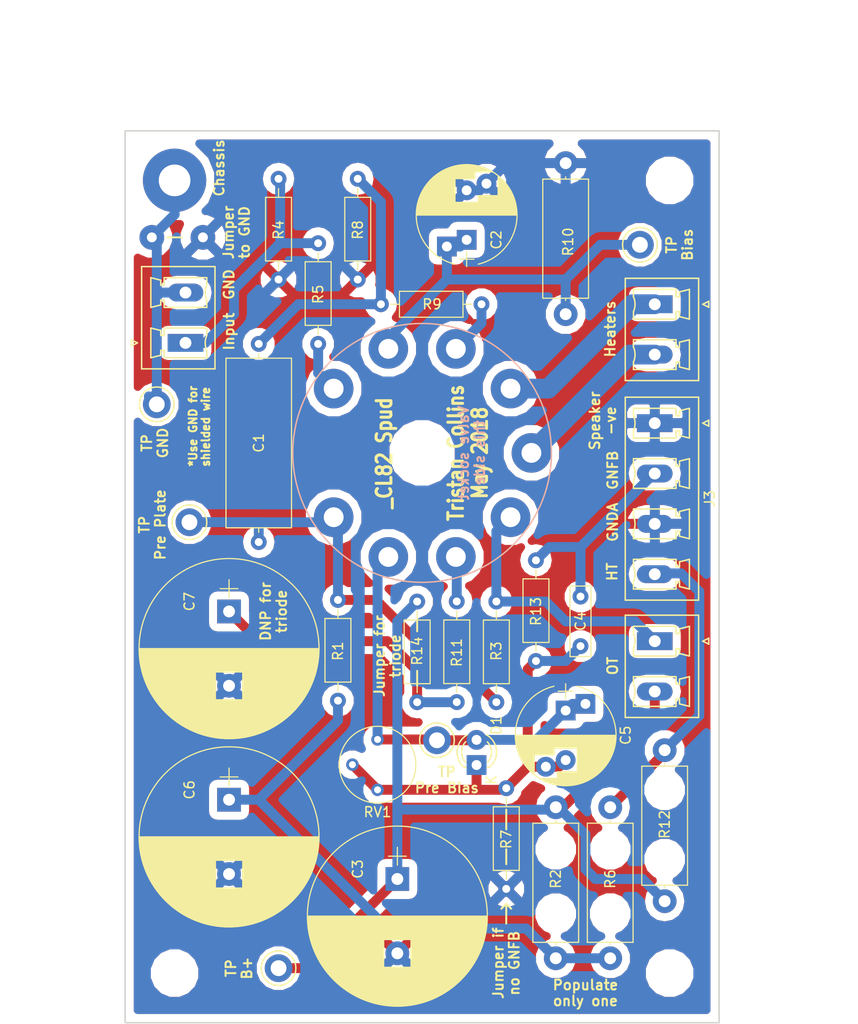
<source format=kicad_pcb>
(kicad_pcb (version 20171130) (host pcbnew "(5.0.0-3-g5ebb6b6)")
  (layers (0 F.Cu signal) (31 B.Cu signal) (34 B.Paste user) (35 F.Paste user) (36 B.SilkS user) (37 F.SilkS user) (38 B.Mask user) (39 F.Mask user) (44 Edge.Cuts user))
  (net 0 "")
  (net 1 "Net-(C1-Pad1)")
  (net 2 GNDA)
  (net 3 "Net-(C2-Pad1)")
  (net 4 GND)
  (net 5 "Net-(C1-Pad2)")
  (net 6 A)
  (net 7 "Net-(C4-Pad1)")
  (net 8 "Net-(J2-Pad1)")
  (net 9 "Net-(R5-Pad1)")
  (net 10 "Net-(R9-Pad1)")
  (net 11 "Net-(R11-Pad2)")
  (net 12 "Net-(J2-Pad2)")
  (net 13 S)
  (net 14 P)
  (net 15 "Net-(J5-Pad1)")
  (net 16 GNFB)
  (net 17 "Net-(C7-Pad1)")
  (net 18 "Net-(J1-Pad1)")
  (net 19 "Net-(C5-Pad1)")
  (module Mounting_Holes:MountingHole_2.5mm (layer F.Cu) (at 227 131)
    (fp_text reference REF** hide)
    (fp_text value MountingHole_2.5mm)
    (pad 1 np_thru_hole circle (at 0 0) (size 2.5 2.5) (drill 2.5) (layers *.Cu *.Mask))
  )
  (module Mounting_Holes:MountingHole_2.5mm (layer F.Cu) (at 221.5 136.5)
    (fp_text reference REF** hide)
    (fp_text value MountingHole_2.5mm)
    (pad 1 np_thru_hole circle (at 0 0) (size 2.5 2.5) (drill 2.5) (layers *.Cu *.Mask))
  )
  (module Mounting_Holes:MountingHole_2.5mm (layer F.Cu) (at 216 130)
    (fp_text reference REF** hide)
    (fp_text value MountingHole_2.5mm)
    (pad 1 np_thru_hole circle (at 0 0) (size 2.5 2.5) (drill 2.5) (layers *.Cu *.Mask))
  )
  (module TristanValves:Test_Point_Keystone_5005-5009_Compact (layer F.Cu) (at 204 119)
    (fp_text reference TP1 hide)
    (fp_text value TEST)
    (pad 1 thru_hole circle (at 0 0) (size 2.8 2.8) (drill 1.6) (layers *.Cu *.Mask) (net 19 "Net-(C5-Pad1)"))
  )
  (module Mounting_Holes:MountingHole_2.5mm (layer F.Cu) (at 216 136.5)
    (fp_text reference REF** hide)
    (fp_text value MountingHole_2.5mm)
    (pad 1 np_thru_hole circle (at 0 0) (size 2.5 2.5) (drill 2.5) (layers *.Cu *.Mask))
  )
  (module Mounting_Holes:MountingHole_2.5mm (layer F.Cu) (at 221.5 130)
    (fp_text reference REF** hide)
    (fp_text value MountingHole_2.5mm)
    (pad 1 np_thru_hole circle (at 0 0) (size 2.5 2.5) (drill 2.5) (layers *.Cu *.Mask))
  )
  (module Resistors_THT:R_Axial_DIN0414_L11.9mm_D4.5mm_P15.24mm_Horizontal (layer F.Cu) (at 216 141 90)
    (fp_text reference R2 (at 8 0 90) (layer F.SilkS))
    (fp_text value 4.7k)
    (pad 1 thru_hole circle (at 0 0 90) (size 2.4 2.4) (drill 1.2) (layers *.Cu *.Mask) (net 6 A))
    (pad 2 thru_hole oval (at 15.24 0 90) (size 2.4 2.4) (drill 1.2) (layers *.Cu *.Mask) (net 13 S))
  )
  (module Mounting_Holes:MountingHole_2.5mm (layer F.Cu) (at 227 124)
    (fp_text reference REF** hide)
    (fp_text value MountingHole_2.5mm)
    (pad 1 np_thru_hole circle (at 0 0) (size 2.5 2.5) (drill 2.5) (layers *.Cu *.Mask))
  )
  (module TristanValves:CP_Radial_D18.0mm_P7.50mm (layer F.Cu) (at 200 133 270)
    (fp_text reference C3 (at -1 4 270) (layer F.SilkS))
    (fp_text value 47u)
    (pad 1 thru_hole rect (at 0 0 270) (size 2.4 2.4) (drill 1.2) (layers *.Cu *.Mask) (net 13 S))
    (pad 2 thru_hole circle (at 7.5 0 270) (size 2.4 2.4) (drill 1.2) (layers *.Cu *.Mask) (net 2 GNDA))
  )
  (module Mounting_Holes:MountingHole_3.2mm_M3 (layer F.Cu) (at 227.5 62.5)
    (fp_text reference REF** hide)
    (fp_text value MountingHole_3.2mm_M3)
    (pad 1 np_thru_hole circle (at 0 0) (size 3.2 3.2) (drill 3.2) (layers *.Cu *.Mask))
  )
  (module Mounting_Holes:MountingHole_3.2mm_M3 (layer F.Cu) (at 227.5 142.5)
    (fp_text reference REF** hide)
    (fp_text value MountingHole_3.2mm_M3)
    (pad 1 np_thru_hole circle (at 0 0) (size 3.2 3.2) (drill 3.2) (layers *.Cu *.Mask))
  )
  (module Mounting_Holes:MountingHole_3.2mm_M3 (layer F.Cu) (at 177.5 142.5)
    (fp_text reference REF** hide)
    (fp_text value MountingHole_3.2mm_M3)
    (pad 1 np_thru_hole circle (at 0 0) (size 3.2 3.2) (drill 3.2) (layers *.Cu *.Mask))
  )
  (module TristanValves:C_Axial_L17.0mm_D6.5mm_P20.00mm_Horizontal (layer F.Cu) (at 186 79 270)
    (fp_text reference C1 (at 10 0 270) (layer F.SilkS))
    (fp_text value 100n)
    (pad 1 thru_hole circle (at 0 0 270) (size 1.6 1.6) (drill 0.8) (layers *.Cu *.Mask) (net 1 "Net-(C1-Pad1)"))
    (pad 2 thru_hole oval (at 20 0 270) (size 1.6 1.6) (drill 0.8) (layers *.Cu *.Mask) (net 5 "Net-(C1-Pad2)"))
  )
  (module TristanValves:MountingHole_3.2mm_M3_Pad (layer F.Cu) (at 177.5 62.5)
    (fp_text reference J4 hide)
    (fp_text value Screw_Terminal_1x01)
    (pad 1 thru_hole circle (at 0 0) (size 6.4 6.4) (drill 3.2) (layers *.Cu *.Mask) (net 4 GND))
  )
  (module TristanValves:Test_Point_Keystone_5005-5009_Compact (layer F.Cu) (at 224.5 69)
    (fp_text reference TP4 hide)
    (fp_text value TEST)
    (pad 1 thru_hole circle (at 0 0) (size 2.8 2.8) (drill 1.6) (layers *.Cu *.Mask) (net 3 "Net-(C2-Pad1)"))
  )
  (module TristanValves:Test_Point_Keystone_5005-5009_Compact (layer F.Cu) (at 175.7 85.1)
    (fp_text reference TP3 hide)
    (fp_text value TEST)
    (pad 1 thru_hole circle (at 0 0) (size 2.8 2.8) (drill 1.6) (layers *.Cu *.Mask) (net 4 GND))
  )
  (module TristanValves:PhoenixContact_MCV-G_02x5.08mm_Vertical (layer F.Cu) (at 178.6 78.9 90)
    (fp_text reference J1 hide)
    (fp_text value Screw_Terminal_1x02)
    (pad 1 thru_hole rect (at 0 0 90) (size 1.8 3.6) (drill 1.2) (layers *.Cu *.Mask) (net 18 "Net-(J1-Pad1)"))
    (pad 2 thru_hole oval (at 5.08 0 90) (size 1.8 3.6) (drill 1.2) (layers *.Cu *.Mask) (net 4 GND))
  )
  (module TristanValves:PhoenixContact_MCV-G_02x5.08mm_Vertical (layer F.Cu) (at 226 109 270)
    (fp_text reference J5 hide)
    (fp_text value Screw_Terminal_1x02)
    (pad 1 thru_hole rect (at 0 0 270) (size 1.8 3.6) (drill 1.2) (layers *.Cu *.Mask) (net 15 "Net-(J5-Pad1)"))
    (pad 2 thru_hole oval (at 5.08 0 270) (size 1.8 3.6) (drill 1.2) (layers *.Cu *.Mask) (net 13 S))
  )
  (module TristanValves:Test_Point_Keystone_5005-5009_Compact (layer F.Cu) (at 179 97)
    (fp_text reference TP2 hide)
    (fp_text value TEST)
    (pad 1 thru_hole circle (at 0 0) (size 2.8 2.8) (drill 1.6) (layers *.Cu *.Mask) (net 5 "Net-(C1-Pad2)"))
  )
  (module TristanValves:Test_Point_Keystone_5005-5009_Compact (layer F.Cu) (at 188 142)
    (fp_text reference TP5 hide)
    (fp_text value TEST)
    (pad 1 thru_hole circle (at 0 0) (size 2.8 2.8) (drill 1.6) (layers *.Cu *.Mask) (net 13 S))
  )
  (module Capacitors_THT:CP_Radial_D10.0mm_P5.00mm_P7.50mm (layer F.Cu) (at 207 68.5 90)
    (fp_text reference C2 (at 0 3 90) (layer F.SilkS))
    (fp_text value 47u)
    (pad 1 thru_hole rect (at 0 0 90) (size 2 2) (drill 1) (layers *.Cu *.Mask) (net 3 "Net-(C2-Pad1)"))
    (pad 2 thru_hole circle (at 5 0 90) (size 2 2) (drill 1) (layers *.Cu *.Mask) (net 2 GNDA))
    (pad 1 thru_hole rect (at -0.672144 -2 90) (size 2 2) (drill 1) (layers *.Cu *.Mask) (net 3 "Net-(C2-Pad1)"))
    (pad 2 thru_hole circle (at 5.672144 2 90) (size 2 2) (drill 1) (layers *.Cu *.Mask) (net 2 GNDA))
  )
  (module TristanValves:VALVE-ECC-83-1-TC (layer B.Cu) (at 202.5 90 90)
    (fp_text reference U1 hide)
    (fp_text value PCL82)
    (pad 1 thru_hole circle (at 6.489 -8.9318 90) (size 4 4) (drill 2) (layers *.Cu *.Mask) (net 9 "Net-(R5-Pad1)"))
    (pad 2 thru_hole circle (at 10.5 -3.4117 90) (size 4 4) (drill 2) (layers *.Cu *.Mask) (net 3 "Net-(C2-Pad1)"))
    (pad 3 thru_hole circle (at 10.5 3.4117 90) (size 4 4) (drill 2) (layers *.Cu *.Mask) (net 10 "Net-(R9-Pad1)"))
    (pad 4 thru_hole circle (at 6.4894 8.9318 90) (size 4 4) (drill 2) (layers *.Cu *.Mask) (net 8 "Net-(J2-Pad1)"))
    (pad 5 thru_hole circle (at 0 11.0404 90) (size 4 4) (drill 2) (layers *.Cu *.Mask) (net 12 "Net-(J2-Pad2)"))
    (pad 6 thru_hole circle (at -6.4894 8.9318 90) (size 4 4) (drill 2) (layers *.Cu *.Mask) (net 15 "Net-(J5-Pad1)"))
    (pad 7 thru_hole circle (at -10.5 3.4117 90) (size 4 4) (drill 2) (layers *.Cu *.Mask) (net 11 "Net-(R11-Pad2)"))
    (pad 8 thru_hole circle (at -10.5 -3.4117 90) (size 4 4) (drill 2) (layers *.Cu *.Mask) (net 19 "Net-(C5-Pad1)"))
    (pad 9 thru_hole circle (at -6.4894 -8.9318 90) (size 4 4) (drill 2) (layers *.Cu *.Mask) (net 5 "Net-(C1-Pad2)"))
    (pad "" np_thru_hole circle (at 0 0 90) (size 5 5) (drill 5) (layers *.Cu *.Mask))
  )
  (module Capacitors_THT:C_Rect_L7.0mm_W2.0mm_P5.00mm (layer F.Cu) (at 218.5 104.5 270)
    (fp_text reference C4 (at 2.5 0 270) (layer F.SilkS))
    (fp_text value ?)
    (pad 1 thru_hole circle (at 0 0 270) (size 1.6 1.6) (drill 0.8) (layers *.Cu *.Mask) (net 7 "Net-(C4-Pad1)"))
    (pad 2 thru_hole circle (at 5 0 270) (size 1.6 1.6) (drill 0.8) (layers *.Cu *.Mask) (net 16 GNFB))
  )
  (module Resistors_THT:R_Axial_DIN0207_L6.3mm_D2.5mm_P10.16mm_Horizontal (layer F.Cu) (at 188 72.5 90)
    (fp_text reference R4 (at 5 0 90) (layer F.SilkS))
    (fp_text value 1Meg)
    (pad 1 thru_hole circle (at 0 0 90) (size 1.6 1.6) (drill 0.8) (layers *.Cu *.Mask) (net 2 GNDA))
    (pad 2 thru_hole oval (at 10.16 0 90) (size 1.6 1.6) (drill 0.8) (layers *.Cu *.Mask) (net 18 "Net-(J1-Pad1)"))
  )
  (module Resistors_THT:R_Axial_DIN0207_L6.3mm_D2.5mm_P10.16mm_Horizontal (layer F.Cu) (at 192 79 90)
    (fp_text reference R5 (at 5 0 90) (layer F.SilkS))
    (fp_text value 10k)
    (pad 1 thru_hole circle (at 0 0 90) (size 1.6 1.6) (drill 0.8) (layers *.Cu *.Mask) (net 9 "Net-(R5-Pad1)"))
    (pad 2 thru_hole oval (at 10.16 0 90) (size 1.6 1.6) (drill 0.8) (layers *.Cu *.Mask) (net 18 "Net-(J1-Pad1)"))
  )
  (module Resistors_THT:R_Axial_DIN0207_L6.3mm_D2.5mm_P10.16mm_Horizontal (layer F.Cu) (at 196 72.5 90)
    (fp_text reference R8 (at 5 0 90) (layer F.SilkS))
    (fp_text value 470k)
    (pad 1 thru_hole circle (at 0 0 90) (size 1.6 1.6) (drill 0.8) (layers *.Cu *.Mask) (net 2 GNDA))
    (pad 2 thru_hole oval (at 10.16 0 90) (size 1.6 1.6) (drill 0.8) (layers *.Cu *.Mask) (net 1 "Net-(C1-Pad1)"))
  )
  (module Resistors_THT:R_Axial_DIN0207_L6.3mm_D2.5mm_P10.16mm_Horizontal (layer F.Cu) (at 208.5 75 180)
    (fp_text reference R9 (at 5 0 180) (layer F.SilkS))
    (fp_text value 10k)
    (pad 1 thru_hole circle (at 0 0 180) (size 1.6 1.6) (drill 0.8) (layers *.Cu *.Mask) (net 10 "Net-(R9-Pad1)"))
    (pad 2 thru_hole oval (at 10.16 0 180) (size 1.6 1.6) (drill 0.8) (layers *.Cu *.Mask) (net 1 "Net-(C1-Pad1)"))
  )
  (module Resistors_THT:R_Axial_DIN0414_L11.9mm_D4.5mm_P15.24mm_Horizontal (layer F.Cu) (at 217 76 90)
    (fp_text reference R10 (at 7.3 0.25 90) (layer F.SilkS))
    (fp_text value 680r)
    (pad 1 thru_hole circle (at 0 0 90) (size 2.4 2.4) (drill 1.2) (layers *.Cu *.Mask) (net 3 "Net-(C2-Pad1)"))
    (pad 2 thru_hole oval (at 15.24 0 90) (size 2.4 2.4) (drill 1.2) (layers *.Cu *.Mask) (net 2 GNDA))
  )
  (module Resistors_THT:R_Axial_DIN0207_L6.3mm_D2.5mm_P10.16mm_Horizontal (layer F.Cu) (at 206 115.15 90)
    (fp_text reference R11 (at 5 0 90) (layer F.SilkS))
    (fp_text value 1k)
    (pad 1 thru_hole circle (at 0 0 90) (size 1.6 1.6) (drill 0.8) (layers *.Cu *.Mask) (net 17 "Net-(C7-Pad1)"))
    (pad 2 thru_hole oval (at 10.16 0 90) (size 1.6 1.6) (drill 0.8) (layers *.Cu *.Mask) (net 11 "Net-(R11-Pad2)"))
  )
  (module Resistors_THT:R_Axial_DIN0414_L11.9mm_D4.5mm_P15.24mm_Horizontal (layer F.Cu) (at 227 120 270)
    (fp_text reference R12 (at 7.5 0 270) (layer F.SilkS))
    (fp_text value 160r)
    (pad 1 thru_hole circle (at 0 0 270) (size 2.4 2.4) (drill 1.2) (layers *.Cu *.Mask) (net 14 P))
    (pad 2 thru_hole oval (at 15.24 0 270) (size 2.4 2.4) (drill 1.2) (layers *.Cu *.Mask) (net 13 S))
  )
  (module Resistors_THT:R_Axial_DIN0207_L6.3mm_D2.5mm_P10.16mm_Horizontal (layer F.Cu) (at 214 111 90)
    (fp_text reference R13 (at 5 0 90) (layer F.SilkS))
    (fp_text value ?)
    (pad 1 thru_hole circle (at 0 0 90) (size 1.6 1.6) (drill 0.8) (layers *.Cu *.Mask) (net 16 GNFB))
    (pad 2 thru_hole oval (at 10.16 0 90) (size 1.6 1.6) (drill 0.8) (layers *.Cu *.Mask) (net 7 "Net-(C4-Pad1)"))
  )
  (module TristanValves:CP_Radial_D18.0mm_P7.50mm (layer F.Cu) (at 183 125 270)
    (fp_text reference C6 (at -1 4 270) (layer F.SilkS))
    (fp_text value 47u)
    (pad 1 thru_hole rect (at 0 0 270) (size 2.4 2.4) (drill 1.2) (layers *.Cu *.Mask) (net 6 A))
    (pad 2 thru_hole circle (at 7.5 0 270) (size 2.4 2.4) (drill 1.2) (layers *.Cu *.Mask) (net 2 GNDA))
  )
  (module Resistors_THT:R_Axial_DIN0207_L6.3mm_D2.5mm_P10.16mm_Horizontal (layer F.Cu) (at 194 115 90)
    (fp_text reference R1 (at 5 0 90) (layer F.SilkS))
    (fp_text value 100k)
    (pad 1 thru_hole circle (at 0 0 90) (size 1.6 1.6) (drill 0.8) (layers *.Cu *.Mask) (net 6 A))
    (pad 2 thru_hole oval (at 10.16 0 90) (size 1.6 1.6) (drill 0.8) (layers *.Cu *.Mask) (net 5 "Net-(C1-Pad2)"))
  )
  (module TristanValves:CP_Radial_D18.0mm_P7.50mm (layer F.Cu) (at 183 106 270)
    (fp_text reference C7 (at -1 4 270) (layer F.SilkS))
    (fp_text value 47u)
    (pad 1 thru_hole rect (at 0 0 270) (size 2.4 2.4) (drill 1.2) (layers *.Cu *.Mask) (net 17 "Net-(C7-Pad1)"))
    (pad 2 thru_hole circle (at 7.5 0 270) (size 2.4 2.4) (drill 1.2) (layers *.Cu *.Mask) (net 2 GNDA))
  )
  (module Resistors_THT:R_Axial_DIN0207_L6.3mm_D2.5mm_P10.16mm_Horizontal (layer F.Cu) (at 202 105 270)
    (fp_text reference R14 (at 5 0 270) (layer F.SilkS))
    (fp_text value 2.2k)
    (pad 1 thru_hole circle (at 0 0 270) (size 1.6 1.6) (drill 0.8) (layers *.Cu *.Mask) (net 13 S))
    (pad 2 thru_hole oval (at 10.16 0 270) (size 1.6 1.6) (drill 0.8) (layers *.Cu *.Mask) (net 17 "Net-(C7-Pad1)"))
  )
  (module Resistors_THT:R_Axial_DIN0207_L6.3mm_D2.5mm_P10.16mm_Horizontal (layer F.Cu) (at 210 105 270)
    (fp_text reference R3 (at 5 0 270) (layer F.SilkS))
    (fp_text value ?)
    (pad 1 thru_hole circle (at 0 0 270) (size 1.6 1.6) (drill 0.8) (layers *.Cu *.Mask) (net 15 "Net-(J5-Pad1)"))
    (pad 2 thru_hole oval (at 10.16 0 270) (size 1.6 1.6) (drill 0.8) (layers *.Cu *.Mask) (net 5 "Net-(C1-Pad2)"))
  )
  (module TristanValves:WireConnection_1.00mmDrill_TC (layer F.Cu) (at 170.2 68.25)
    (fp_text reference JP1 hide)
    (fp_text value Jumper_NO_Small)
    (pad 1 thru_hole circle (at 5 0) (size 2.49936 2.49936) (drill 1.00076) (layers *.Cu *.Mask) (net 4 GND))
    (pad 2 thru_hole circle (at 10.16 0) (size 2.49936 2.49936) (drill 1.00076) (layers *.Cu *.Mask) (net 2 GNDA))
  )
  (module Resistors_THT:R_Axial_DIN0414_L11.9mm_D4.5mm_P15.24mm_Horizontal (layer F.Cu) (at 221.5 141 90)
    (fp_text reference R6 (at 8 0 90) (layer F.SilkS))
    (fp_text value 4.7k)
    (pad 1 thru_hole circle (at 0 0 90) (size 2.4 2.4) (drill 1.2) (layers *.Cu *.Mask) (net 6 A))
    (pad 2 thru_hole oval (at 15.24 0 90) (size 2.4 2.4) (drill 1.2) (layers *.Cu *.Mask) (net 14 P))
  )
  (module Capacitors_THT:CP_Radial_D10.0mm_P5.00mm_P7.50mm (layer F.Cu) (at 217 116 270)
    (fp_text reference C5 (at 2.5 -6.06 270) (layer F.SilkS))
    (fp_text value 47u)
    (pad 1 thru_hole rect (at 0 0 270) (size 2 2) (drill 1) (layers *.Cu *.Mask) (net 19 "Net-(C5-Pad1)"))
    (pad 2 thru_hole circle (at 5 0 270) (size 2 2) (drill 1) (layers *.Cu *.Mask) (net 16 GNFB))
    (pad 1 thru_hole rect (at -0.672144 -2 270) (size 2 2) (drill 1) (layers *.Cu *.Mask) (net 19 "Net-(C5-Pad1)"))
    (pad 2 thru_hole circle (at 5.672144 2 270) (size 2 2) (drill 1) (layers *.Cu *.Mask) (net 16 GNFB))
  )
  (module TristanValves:PhoenixContact_MCV-G_02x5.08mm_Vertical (layer F.Cu) (at 226 75 270)
    (fp_text reference J2 hide)
    (fp_text value Screw_Terminal_1x02)
    (pad 1 thru_hole rect (at 0 0 270) (size 1.8 3.6) (drill 1.2) (layers *.Cu *.Mask) (net 8 "Net-(J2-Pad1)"))
    (pad 2 thru_hole oval (at 5.08 0 270) (size 1.8 3.6) (drill 1.2) (layers *.Cu *.Mask) (net 12 "Net-(J2-Pad2)"))
  )
  (module Resistors_THT:R_Axial_DIN0207_L6.3mm_D2.5mm_P10.16mm_Horizontal (layer F.Cu) (at 211 134 90)
    (fp_text reference R7 (at 5 0 90) (layer F.SilkS))
    (fp_text value ?)
    (pad 1 thru_hole circle (at 0 0 90) (size 1.6 1.6) (drill 0.8) (layers *.Cu *.Mask) (net 2 GNDA))
    (pad 2 thru_hole oval (at 10.16 0 90) (size 1.6 1.6) (drill 0.8) (layers *.Cu *.Mask) (net 16 GNFB))
  )
  (module TristanValves:Potentiometer_Trimmer_Bourns_3339P_Horizontal (layer F.Cu) (at 198 124)
    (fp_text reference RV1 (at 0 2.25) (layer F.SilkS))
    (fp_text value 10k)
    (pad 3 thru_hole circle (at 0 -5.08) (size 1.26 1.26) (drill 0.7) (layers *.Cu *.Mask) (net 19 "Net-(C5-Pad1)"))
    (pad 2 thru_hole circle (at -2.54 -2.54) (size 1.26 1.26) (drill 0.7) (layers *.Cu *.Mask) (net 16 GNFB))
    (pad 1 thru_hole circle (at 0 0) (size 1.26 1.26) (drill 0.7) (layers *.Cu *.Mask) (net 16 GNFB))
  )
  (module LEDs:LED-3MM (layer F.Cu) (at 208 121.5 90)
    (fp_text reference D1 (at 4 2 90) (layer F.SilkS))
    (fp_text value LED)
    (fp_text user K (at -1.5 1.5 90) (layer F.SilkS))
    (pad 1 thru_hole rect (at 0 0 180) (size 2 2) (drill 1.00076) (layers *.Cu *.Mask) (net 16 GNFB))
    (pad 2 thru_hole circle (at 2.54 0 90) (size 2 2) (drill 1.00076) (layers *.Cu *.Mask) (net 19 "Net-(C5-Pad1)"))
  )
  (module Connectors_Phoenix:PhoenixContact_MCV-G_04x5.08mm_Vertical (layer F.Cu) (at 226 87 270)
    (fp_text reference J3 (at 7.62 -5.55 270) (layer F.SilkS))
    (fp_text value Screw_Terminal_01x04)
    (pad 1 thru_hole rect (at 0 0 270) (size 1.8 3.6) (drill 1.2) (layers *.Cu *.Mask) (net 2 GNDA))
    (pad 2 thru_hole oval (at 5.08 0 270) (size 1.8 3.6) (drill 1.2) (layers *.Cu *.Mask) (net 7 "Net-(C4-Pad1)"))
    (pad 3 thru_hole oval (at 10.16 0 270) (size 1.8 3.6) (drill 1.2) (layers *.Cu *.Mask) (net 2 GNDA))
    (pad 4 thru_hole oval (at 15.24 0 270) (size 1.8 3.6) (drill 1.2) (layers *.Cu *.Mask) (net 14 P))
  )
  (gr_text "Speaker\n-ve" (at 220.75 86.75 90) (layer F.SilkS) (effects (font (size 1 1) (thickness 0.2))))
  (gr_text "Populate\nonly one" (at 219 144.5) (layer F.SilkS) (effects (font (size 1 1) (thickness 0.2))))
  (gr_line (start 202 113.5) (end 202 112) (angle 90) (layer F.SilkS) (width 0.2))
  (gr_line (start 202 107) (end 202 108) (angle 90) (layer F.SilkS) (width 0.2))
  (gr_text "Jumper for\ntriode" (at 199 110.5 90) (layer F.SilkS) (effects (font (size 1 1) (thickness 0.2))))
  (gr_text "DNP for\ntriode" (at 187.5 106 90) (layer F.SilkS) (effects (font (size 1 1) (thickness 0.2))))
  (gr_line (start 211 135.5) (end 211 137.5) (angle 90) (layer F.SilkS) (width 0.2))
  (gr_line (start 211 135.5) (end 211.5 136) (angle 90) (layer F.SilkS) (width 0.2))
  (gr_line (start 211 135.5) (end 210.5 136) (angle 90) (layer F.SilkS) (width 0.2))
  (gr_text "Jumper if\nno GNFB" (at 211 141.5 90) (layer F.SilkS) (effects (font (size 1 1) (thickness 0.2))))
  (gr_line (start 211 130) (end 211 131.5) (angle 90) (layer F.SilkS) (width 0.2))
  (gr_line (start 211 126) (end 211 128) (angle 90) (layer F.SilkS) (width 0.2))
  (gr_text "TP\nGND" (at 175.5 89 90) (layer F.SilkS) (effects (font (size 1 1) (thickness 0.2))))
  (gr_line (start 176.75 68.25) (end 178.25 68.25) (angle 90) (layer F.SilkS) (width 0.2))
  (gr_text "TP\nBias" (at 228.5 69 90) (layer F.SilkS) (effects (font (size 1 1) (thickness 0.2))))
  (gr_text "TP\nPre Plate" (at 175.25 97.25 90) (layer F.SilkS) (effects (font (size 1 1) (thickness 0.2))))
  (gr_text "TP\nPre Bias" (at 205 123) (layer F.SilkS) (effects (font (size 1 1) (thickness 0.2))))
  (gr_text GND (at 183 73 90) (layer F.SilkS) (effects (font (size 1 1) (thickness 0.2))))
  (gr_text Input (at 183 77.75 90) (layer F.SilkS) (effects (font (size 1 1) (thickness 0.2))))
  (gr_text OT (at 221.75 111.5 90) (layer F.SilkS) (effects (font (size 1 1) (thickness 0.2))))
  (gr_text GNDA (at 221.75 97 90) (layer F.SilkS) (effects (font (size 1 1) (thickness 0.2))))
  (gr_text HT (at 221.7 102 90) (layer F.SilkS) (effects (font (size 1 1) (thickness 0.2))))
  (gr_text GNFB (at 221.75 91.75 90) (layer F.SilkS) (effects (font (size 1 1) (thickness 0.2))))
  (gr_line (start 172.5 147.5) (end 232.5 147.5) (angle 90) (layer Edge.Cuts) (width 0.15))
  (gr_line (start 172.5 57.5) (end 172.5 147.5) (angle 90) (layer Edge.Cuts) (width 0.15))
  (gr_line (start 232.5 57.5) (end 172.5 57.5) (angle 90) (layer Edge.Cuts) (width 0.15))
  (gr_line (start 232.5 147.5) (end 232.5 57.5) (angle 90) (layer Edge.Cuts) (width 0.15))
  (gr_text "Valve socket\nthis side" (at 207.5 90 90) (layer B.SilkS) (effects (font (size 1 1) (thickness 0.2)) (justify mirror)))
  (gr_text "*Use GND for\nshielded wire" (at 180 91.5 90) (layer F.SilkS) (effects (font (size 0.8 0.8) (thickness 0.2)) (justify left)))
  (gr_text "TP\nB+" (at 184 142 90) (layer F.SilkS) (effects (font (size 1 1) (thickness 0.2))))
  (gr_text "Jumper\nto GND" (at 183.75 67.75 90) (layer F.SilkS) (effects (font (size 1 1) (thickness 0.2))))
  (gr_text Chassis (at 182 61.25 90) (layer F.SilkS) (effects (font (size 1 1) (thickness 0.2))))
  (gr_text Heaters (at 221.5 77.5 90) (layer F.SilkS) (effects (font (size 1 1) (thickness 0.2))))
  (gr_text "_CL82 Spud\n\n\nTristan Collins\nMay 2018" (at 203.5 90 90) (layer F.SilkS) (effects (font (size 1.5 1.25) (thickness 0.3))))
  (segment (start 198.34 75) (end 198.34 64.68) (width 1) (layer B.Cu) (net 1))
  (segment (start 198.34 64.68) (end 196 62.34) (width 1) (layer B.Cu) (net 1))
  (segment (start 198.34 75) (end 190 75) (width 1) (layer B.Cu) (net 1))
  (segment (start 190 75) (end 186 79) (width 1) (layer B.Cu) (net 1))
  (segment (start 217 60.76) (end 211.067856 60.76) (width 1) (layer B.Cu) (net 2))
  (segment (start 211.067856 60.76) (end 208.327856 63.5) (width 1) (layer B.Cu) (net 2))
  (segment (start 208.327856 63.5) (end 207 63.5) (width 1) (layer B.Cu) (net 2))
  (segment (start 224.5 69) (end 220.5 69) (width 1) (layer B.Cu) (net 3))
  (segment (start 220.5 69) (end 217 72.5) (width 1) (layer B.Cu) (net 3))
  (segment (start 217 76) (end 217 72.5) (width 1) (layer B.Cu) (net 3))
  (segment (start 205 72.5) (end 217 72.5) (width 1) (layer B.Cu) (net 3))
  (segment (start 199.0883 79.5) (end 199.0883 78.4117) (width 1) (layer B.Cu) (net 3))
  (segment (start 199.0883 78.4117) (end 205 72.5) (width 1) (layer B.Cu) (net 3))
  (segment (start 205 69.172144) (end 206.327856 69.172144) (width 1) (layer B.Cu) (net 3))
  (segment (start 206.327856 69.172144) (end 207 68.5) (width 1) (layer B.Cu) (net 3))
  (segment (start 205 72.5) (end 205 69.172144) (width 1) (layer B.Cu) (net 3))
  (segment (start 178.6 73.82) (end 175.7 73.82) (width 1) (layer B.Cu) (net 4))
  (segment (start 175.88 74) (end 175.7 74) (width 1) (layer B.Cu) (net 4))
  (segment (start 175.7 73.82) (end 175.88 74) (width 1) (layer B.Cu) (net 4))
  (segment (start 175.7 85.1) (end 175.7 74) (width 1) (layer B.Cu) (net 4))
  (segment (start 175.7 74) (end 175.7 68.75) (width 1) (layer B.Cu) (net 4))
  (segment (start 175.7 68.75) (end 175.2 68.25) (width 1) (layer B.Cu) (net 4))
  (segment (start 175.2 84.6) (end 175.7 85.1) (width 1) (layer B.Cu) (net 4))
  (segment (start 174.9 84.3) (end 175.7 85.1) (width 1) (layer B.Cu) (net 4))
  (segment (start 177.5 62.5) (end 177.5 65.95) (width 1) (layer B.Cu) (net 4))
  (segment (start 177.5 65.95) (end 175.2 68.25) (width 1) (layer B.Cu) (net 4))
  (segment (start 194 104.84) (end 194 96.9212) (width 1) (layer B.Cu) (net 5))
  (segment (start 194 96.9212) (end 193.5682 96.4894) (width 1) (layer B.Cu) (net 5))
  (segment (start 194 104.84) (end 197.84 104.84) (width 1) (layer F.Cu) (net 5))
  (segment (start 204.34 109.5) (end 210 115.16) (width 1) (layer F.Cu) (net 5))
  (segment (start 202.5 109.5) (end 204.34 109.5) (width 1) (layer F.Cu) (net 5))
  (segment (start 197.84 104.84) (end 202.5 109.5) (width 1) (layer F.Cu) (net 5))
  (segment (start 186 97) (end 193.0576 97) (width 1) (layer B.Cu) (net 5))
  (segment (start 193.0576 97) (end 193.5682 96.4894) (width 1) (layer B.Cu) (net 5))
  (segment (start 186 99) (end 186 97) (width 1) (layer B.Cu) (net 5))
  (segment (start 186 97) (end 186 96.9894) (width 1) (layer B.Cu) (net 5))
  (segment (start 186 96.9894) (end 179.0106 96.9894) (width 1) (layer B.Cu) (net 5))
  (segment (start 179.0106 96.9894) (end 179 97) (width 1) (layer B.Cu) (net 5))
  (segment (start 210 115.16) (end 210 115) (width 1) (layer F.Cu) (net 5))
  (segment (start 186 125) (end 194 117) (width 1) (layer B.Cu) (net 6))
  (segment (start 194 117) (end 194 115) (width 1) (layer B.Cu) (net 6))
  (segment (start 183 125) (end 184 125) (width 1) (layer B.Cu) (net 6))
  (segment (start 183 125) (end 186 125) (width 1) (layer B.Cu) (net 6))
  (segment (start 213 138) (end 216 141) (width 1) (layer B.Cu) (net 6))
  (segment (start 199 138) (end 213 138) (width 1) (layer B.Cu) (net 6))
  (segment (start 186 125) (end 199 138) (width 1) (layer B.Cu) (net 6))
  (segment (start 216 141) (end 221.5 141) (width 1) (layer B.Cu) (net 6))
  (segment (start 218.5 104.5) (end 218.5 99.5) (width 1) (layer B.Cu) (net 7))
  (segment (start 218.5 99.5) (end 215.34 99.5) (width 1) (layer B.Cu) (net 7))
  (segment (start 215.34 99.5) (end 214 100.84) (width 1) (layer B.Cu) (net 7))
  (segment (start 218.5 99.5) (end 226 92) (width 1) (layer B.Cu) (net 7))
  (segment (start 226 75) (end 223.75 75) (width 2) (layer B.Cu) (net 8))
  (segment (start 215.2394 83.5106) (end 211.4318 83.5106) (width 2) (layer B.Cu) (net 8))
  (segment (start 223.75 75) (end 215.2394 83.5106) (width 2) (layer B.Cu) (net 8))
  (segment (start 192 79) (end 192 81.9428) (width 1) (layer B.Cu) (net 9))
  (segment (start 192 81.9428) (end 193.5682 83.511) (width 1) (layer B.Cu) (net 9))
  (segment (start 208.5 75) (end 208.5 76.9117) (width 1) (layer B.Cu) (net 10))
  (segment (start 208.5 76.9117) (end 205.9117 79.5) (width 1) (layer B.Cu) (net 10))
  (segment (start 206 104.99) (end 206 100.5883) (width 1) (layer B.Cu) (net 11))
  (segment (start 206 100.5883) (end 205.9117 100.5) (width 1) (layer B.Cu) (net 11))
  (segment (start 226 80.08) (end 223.4604 80.08) (width 2) (layer B.Cu) (net 12))
  (segment (start 223.4604 80.08) (end 213.5404 90) (width 2) (layer B.Cu) (net 12))
  (segment (start 216 125.76) (end 216.26 125.76) (width 1) (layer B.Cu) (net 13))
  (segment (start 216.26 125.76) (end 219 128.5) (width 1) (layer B.Cu) (net 13))
  (segment (start 224.76 133) (end 227 135.24) (width 1) (layer B.Cu) (net 13))
  (segment (start 220 133) (end 224.76 133) (width 1) (layer B.Cu) (net 13))
  (segment (start 219 132) (end 220 133) (width 1) (layer B.Cu) (net 13))
  (segment (start 219 128.5) (end 219 132) (width 1) (layer B.Cu) (net 13))
  (segment (start 216 125.76) (end 216.74 125.76) (width 1) (layer F.Cu) (net 13))
  (segment (start 216.74 125.76) (end 226 116.5) (width 1) (layer F.Cu) (net 13))
  (segment (start 226 116.5) (end 226 114.08) (width 1) (layer F.Cu) (net 13))
  (segment (start 226 114.08) (end 225.92 114.08) (width 1) (layer B.Cu) (net 13))
  (segment (start 200 126) (end 215.76 126) (width 1) (layer B.Cu) (net 13))
  (segment (start 188 142) (end 191 142) (width 1) (layer F.Cu) (net 13))
  (segment (start 191 142) (end 200 133) (width 1) (layer F.Cu) (net 13))
  (segment (start 200 133) (end 200 126) (width 1) (layer B.Cu) (net 13))
  (segment (start 200 126) (end 200 107) (width 1) (layer B.Cu) (net 13))
  (segment (start 200 107) (end 202 105) (width 1) (layer B.Cu) (net 13))
  (segment (start 227 120) (end 227 120.26) (width 1) (layer F.Cu) (net 14))
  (segment (start 227 120.26) (end 221.5 125.76) (width 1) (layer F.Cu) (net 14))
  (segment (start 226 102.16) (end 228.66 102.16) (width 1) (layer B.Cu) (net 14))
  (segment (start 230.5 116.5) (end 227 120) (width 1) (layer B.Cu) (net 14))
  (segment (start 230.5 104) (end 230.5 116.5) (width 1) (layer B.Cu) (net 14))
  (segment (start 228.66 102.16) (end 230.5 104) (width 1) (layer B.Cu) (net 14))
  (segment (start 221.5 125.76) (end 221.5 125.5) (width 1) (layer B.Cu) (net 14))
  (segment (start 210 105) (end 210 97.9212) (width 1) (layer B.Cu) (net 15))
  (segment (start 210 97.9212) (end 211.4318 96.4894) (width 1) (layer B.Cu) (net 15))
  (segment (start 210 105) (end 215 105) (width 1) (layer B.Cu) (net 15))
  (segment (start 224 107) (end 226 109) (width 1) (layer B.Cu) (net 15))
  (segment (start 217 107) (end 224 107) (width 1) (layer B.Cu) (net 15))
  (segment (start 215 105) (end 217 107) (width 1) (layer B.Cu) (net 15))
  (segment (start 213.167856 121.672144) (end 213.167856 111.832144) (width 1) (layer F.Cu) (net 16))
  (segment (start 213.167856 111.832144) (end 214 111) (width 1) (layer F.Cu) (net 16))
  (segment (start 208 121.5) (end 208 124) (width 1) (layer F.Cu) (net 16))
  (segment (start 214 111) (end 217 111) (width 1) (layer B.Cu) (net 16))
  (segment (start 217 111) (end 218.5 109.5) (width 1) (layer B.Cu) (net 16))
  (segment (start 198 124) (end 208 124) (width 1) (layer F.Cu) (net 16))
  (segment (start 208 124) (end 210.84 124) (width 1) (layer F.Cu) (net 16))
  (segment (start 210.84 124) (end 213.167856 121.672144) (width 1) (layer F.Cu) (net 16))
  (segment (start 213.167856 121.672144) (end 215 121.672144) (width 1) (layer F.Cu) (net 16))
  (segment (start 195.46 121.46) (end 198 124) (width 1) (layer F.Cu) (net 16))
  (segment (start 215 121.672144) (end 216.327856 121.672144) (width 1) (layer F.Cu) (net 16))
  (segment (start 216.327856 121.672144) (end 217 121) (width 1) (layer F.Cu) (net 16))
  (segment (start 202 115.16) (end 205.99 115.16) (width 1) (layer B.Cu) (net 17))
  (segment (start 205.99 115.16) (end 206 115.15) (width 1) (layer B.Cu) (net 17))
  (segment (start 205.84 115.16) (end 206 115) (width 1) (layer F.Cu) (net 17))
  (segment (start 202 115.16) (end 202 112) (width 1) (layer F.Cu) (net 17))
  (segment (start 186 109) (end 183 106) (width 1) (layer F.Cu) (net 17))
  (segment (start 199 109) (end 186 109) (width 1) (layer F.Cu) (net 17))
  (segment (start 202 112) (end 199 109) (width 1) (layer F.Cu) (net 17))
  (segment (start 188.16 62.5) (end 188.16 68.84) (width 1) (layer B.Cu) (net 18))
  (segment (start 188.16 68.84) (end 183.5 73.5) (width 1) (layer B.Cu) (net 18))
  (segment (start 180.6 78.9) (end 178.6 78.9) (width 1) (layer B.Cu) (net 18))
  (segment (start 183.5 76) (end 180.6 78.9) (width 1) (layer B.Cu) (net 18))
  (segment (start 183.5 73.5) (end 183.5 76) (width 1) (layer B.Cu) (net 18))
  (segment (start 188.16 62.5) (end 188 62.34) (width 1) (layer B.Cu) (net 18))
  (segment (start 192 68.84) (end 188.16 68.84) (width 1) (layer B.Cu) (net 18))
  (segment (start 178.6 78.9) (end 180.35 78.9) (width 1) (layer B.Cu) (net 18))
  (segment (start 178.6 78.9) (end 180.1 78.9) (width 1) (layer B.Cu) (net 18))
  (segment (start 208 118.96) (end 214.04 118.96) (width 1) (layer B.Cu) (net 19))
  (segment (start 214.04 118.96) (end 217 116) (width 1) (layer B.Cu) (net 19))
  (segment (start 204 119) (end 207.96 119) (width 1) (layer F.Cu) (net 19))
  (segment (start 207.96 119) (end 208 118.96) (width 1) (layer F.Cu) (net 19))
  (segment (start 198 118.92) (end 203.92 118.92) (width 1) (layer F.Cu) (net 19))
  (segment (start 203.92 118.92) (end 204 119) (width 1) (layer F.Cu) (net 19))
  (segment (start 219 115.327856) (end 217.672144 115.327856) (width 1) (layer B.Cu) (net 19))
  (segment (start 198 118.92) (end 198 101.5883) (width 1) (layer B.Cu) (net 19))
  (segment (start 198 101.5883) (end 199.0883 100.5) (width 1) (layer B.Cu) (net 19))
  (zone (net 2) (net_name GNDA) (layer F.Cu) (connect_pads (clearance 0.8)) (min_thickness 0.8) (fill yes (arc_segments 16) (thermal_gap 1) (thermal_bridge_width 1))
    (polygon (pts (xy 232.5 147.5) (xy 172.5 147.5) (xy 172.5 57.5) (xy 232.5 57.5)))
  )
  (zone (net 2) (net_name GNDA) (layer B.Cu) (connect_pads (clearance 0.8)) (min_thickness 0.8) (fill yes (arc_segments 16) (thermal_gap 1) (thermal_bridge_width 1))
    (polygon (pts (xy 232.5 147.5) (xy 172.5 147.5) (xy 172.5 57.5) (xy 232.5 57.5)))
  )
)
</source>
